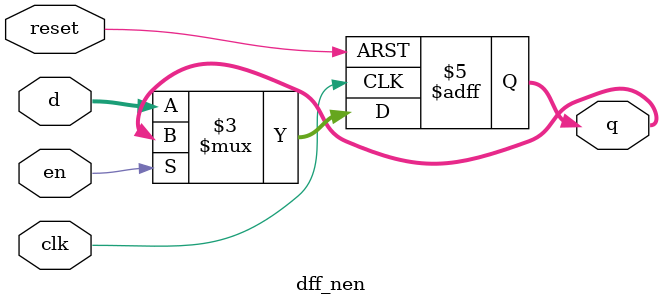
<source format=sv>
module dff_nen
    #(parameter XLEN = 32)
    (
        input   logic               clk, reset, en,
        input   logic [XLEN-1:0]    d,
        output  logic [XLEN-1:0]    q
    );
    
    always_ff @(posedge clk, posedge reset)
        if (reset)
            q <= 0;
        else if (~en)
            q <= d;
endmodule

</source>
